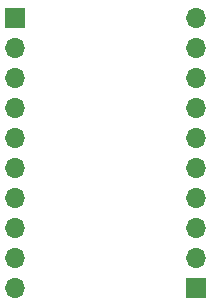
<source format=gbr>
%TF.GenerationSoftware,KiCad,Pcbnew,(6.0.9)*%
%TF.CreationDate,2022-12-23T02:35:25-08:00*%
%TF.ProjectId,AD8232_breakout,41443832-3332-45f6-9272-65616b6f7574,rev?*%
%TF.SameCoordinates,Original*%
%TF.FileFunction,Soldermask,Bot*%
%TF.FilePolarity,Negative*%
%FSLAX46Y46*%
G04 Gerber Fmt 4.6, Leading zero omitted, Abs format (unit mm)*
G04 Created by KiCad (PCBNEW (6.0.9)) date 2022-12-23 02:35:25*
%MOMM*%
%LPD*%
G01*
G04 APERTURE LIST*
%ADD10R,1.700000X1.700000*%
%ADD11O,1.700000X1.700000*%
G04 APERTURE END LIST*
D10*
%TO.C,J1*%
X139700000Y-81280000D03*
D11*
X139700000Y-83820000D03*
X139700000Y-86360000D03*
X139700000Y-88900000D03*
X139700000Y-91440000D03*
X139700000Y-93980000D03*
X139700000Y-96520000D03*
X139700000Y-99060000D03*
X139700000Y-101600000D03*
X139700000Y-104140000D03*
%TD*%
D10*
%TO.C,J2*%
X155000000Y-104130000D03*
D11*
X155000000Y-101590000D03*
X155000000Y-99050000D03*
X155000000Y-96510000D03*
X155000000Y-93970000D03*
X155000000Y-91430000D03*
X155000000Y-88890000D03*
X155000000Y-86350000D03*
X155000000Y-83810000D03*
X155000000Y-81270000D03*
%TD*%
M02*

</source>
